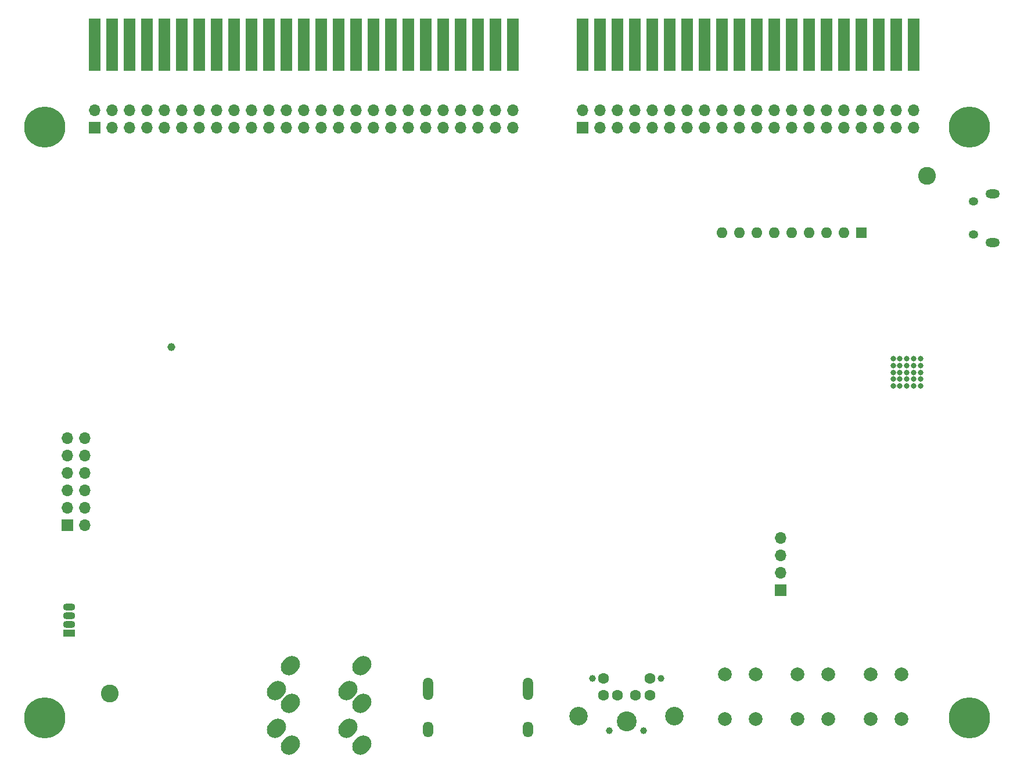
<source format=gbr>
%TF.GenerationSoftware,KiCad,Pcbnew,(6.0.11)*%
%TF.CreationDate,2023-10-06T15:46:31-07:00*%
%TF.ProjectId,TRS-IO++,5452532d-494f-42b2-9b2e-6b696361645f,rev?*%
%TF.SameCoordinates,Original*%
%TF.FileFunction,Soldermask,Bot*%
%TF.FilePolarity,Negative*%
%FSLAX46Y46*%
G04 Gerber Fmt 4.6, Leading zero omitted, Abs format (unit mm)*
G04 Created by KiCad (PCBNEW (6.0.11)) date 2023-10-06 15:46:31*
%MOMM*%
%LPD*%
G01*
G04 APERTURE LIST*
G04 Aperture macros list*
%AMHorizOval*
0 Thick line with rounded ends*
0 $1 width*
0 $2 $3 position (X,Y) of the first rounded end (center of the circle)*
0 $4 $5 position (X,Y) of the second rounded end (center of the circle)*
0 Add line between two ends*
20,1,$1,$2,$3,$4,$5,0*
0 Add two circle primitives to create the rounded ends*
1,1,$1,$2,$3*
1,1,$1,$4,$5*%
G04 Aperture macros list end*
%ADD10C,2.000000*%
%ADD11C,2.600000*%
%ADD12C,0.800000*%
%ADD13C,6.000000*%
%ADD14R,1.700000X1.700000*%
%ADD15O,1.700000X1.700000*%
%ADD16HorizOval,2.400000X-0.212132X-0.212132X0.212132X0.212132X0*%
%ADD17O,1.500000X3.300000*%
%ADD18O,1.500000X2.300000*%
%ADD19O,1.400000X1.200000*%
%ADD20O,2.100000X1.300000*%
%ADD21R,1.600000X1.600000*%
%ADD22O,1.600000X1.600000*%
%ADD23R,1.778000X7.620000*%
%ADD24R,1.800000X1.070000*%
%ADD25O,1.800000X1.070000*%
%ADD26C,1.600000*%
%ADD27C,1.000000*%
%ADD28C,2.900000*%
%ADD29C,2.700000*%
%ADD30C,1.150000*%
G04 APERTURE END LIST*
D10*
%TO.C,SW4*%
X165100000Y-141629200D03*
X165100000Y-135129200D03*
X169600000Y-141629200D03*
X169600000Y-135129200D03*
%TD*%
D11*
%TO.C,H5*%
X75438000Y-137922000D03*
%TD*%
D12*
%TO.C,H3*%
X202387690Y-139887010D03*
X203046700Y-141478000D03*
X199205710Y-143068990D03*
D13*
X200796700Y-141478000D03*
D12*
X200796700Y-143728000D03*
X202387690Y-143068990D03*
X200796700Y-139228000D03*
X198546700Y-141478000D03*
X199205710Y-139887010D03*
%TD*%
%TO.C,H2*%
X198546700Y-55321200D03*
X202387690Y-53730210D03*
X200796700Y-57571200D03*
X199205710Y-53730210D03*
X203046700Y-55321200D03*
X199205710Y-56912190D03*
X202387690Y-56912190D03*
D13*
X200796700Y-55321200D03*
D12*
X200796700Y-53071200D03*
%TD*%
D10*
%TO.C,SW2*%
X175727350Y-135129200D03*
X175727350Y-141629200D03*
X180227350Y-141629200D03*
X180227350Y-135129200D03*
%TD*%
D14*
%TO.C,J2*%
X144413700Y-55422800D03*
D15*
X144413700Y-52882800D03*
X146953700Y-55422800D03*
X146953700Y-52882800D03*
X149493700Y-55422800D03*
X149493700Y-52882800D03*
X152033700Y-55422800D03*
X152033700Y-52882800D03*
X154573700Y-55422800D03*
X154573700Y-52882800D03*
X157113700Y-55422800D03*
X157113700Y-52882800D03*
X159653700Y-55422800D03*
X159653700Y-52882800D03*
X162193700Y-55422800D03*
X162193700Y-52882800D03*
X164733700Y-55422800D03*
X164733700Y-52882800D03*
X167273700Y-55422800D03*
X167273700Y-52882800D03*
X169813700Y-55422800D03*
X169813700Y-52882800D03*
X172353700Y-55422800D03*
X172353700Y-52882800D03*
X174893700Y-55422800D03*
X174893700Y-52882800D03*
X177433700Y-55422800D03*
X177433700Y-52882800D03*
X179973700Y-55422800D03*
X179973700Y-52882800D03*
X182513700Y-55422800D03*
X182513700Y-52882800D03*
X185053700Y-55422800D03*
X185053700Y-52882800D03*
X187593700Y-55422800D03*
X187593700Y-52882800D03*
X190133700Y-55422800D03*
X190133700Y-52882800D03*
X192673700Y-55422800D03*
X192673700Y-52882800D03*
%TD*%
D16*
%TO.C,J10*%
X110217200Y-137540400D03*
X112217200Y-139340400D03*
X112217200Y-145440400D03*
X110217200Y-143040400D03*
X112217200Y-133840400D03*
%TD*%
D17*
%TO.C,J7*%
X136409000Y-137228600D03*
D18*
X121909000Y-143188600D03*
X136409000Y-143188600D03*
D17*
X121909000Y-137228600D03*
%TD*%
D14*
%TO.C,J8*%
X173255166Y-122892600D03*
D15*
X173255166Y-120352600D03*
X173255166Y-117812600D03*
X173255166Y-115272600D03*
%TD*%
D10*
%TO.C,SW1*%
X186354700Y-135129200D03*
X186354700Y-141629200D03*
X190854700Y-141629200D03*
X190854700Y-135129200D03*
%TD*%
D14*
%TO.C,J5*%
X69322000Y-113411400D03*
D15*
X71862000Y-113411400D03*
X69322000Y-110871400D03*
X71862000Y-110871400D03*
X69322000Y-108331400D03*
X71862000Y-108331400D03*
X69322000Y-105791400D03*
X71862000Y-105791400D03*
X69322000Y-103251400D03*
X71862000Y-103251400D03*
X69322000Y-100711400D03*
X71862000Y-100711400D03*
%TD*%
D16*
%TO.C,J6*%
X99803200Y-137540400D03*
X101803200Y-139340400D03*
X101803200Y-145440400D03*
X99803200Y-143040400D03*
X101803200Y-133840400D03*
%TD*%
D12*
%TO.C,U1*%
X189655900Y-90090800D03*
X192655900Y-90090800D03*
X192655900Y-91090800D03*
X189655900Y-91090800D03*
X193655900Y-93090800D03*
X193655900Y-89090800D03*
X189655900Y-92090800D03*
X190655900Y-91090800D03*
X191655900Y-93090800D03*
X189655900Y-93090800D03*
X189655900Y-89090800D03*
X191655900Y-92090800D03*
X191655900Y-91090800D03*
X193655900Y-91090800D03*
X192655900Y-93090800D03*
X190655900Y-93090800D03*
X190655900Y-89090800D03*
X192655900Y-92090800D03*
X193655900Y-92090800D03*
X192655900Y-89090800D03*
X190655900Y-90090800D03*
X191655900Y-90090800D03*
X193655900Y-90090800D03*
X191655900Y-89090800D03*
X190655900Y-92090800D03*
%TD*%
%TO.C,H1*%
X66024300Y-57520400D03*
X64433310Y-56861390D03*
X68274300Y-55270400D03*
D13*
X66024300Y-55270400D03*
D12*
X64433310Y-53679410D03*
X67615290Y-56861390D03*
X67615290Y-53679410D03*
X66024300Y-53020400D03*
X63774300Y-55270400D03*
%TD*%
D19*
%TO.C,J12*%
X201374000Y-66155000D03*
D20*
X204124000Y-72155000D03*
X204124000Y-65005000D03*
D19*
X201374000Y-71005000D03*
%TD*%
D21*
%TO.C,RN1*%
X185028600Y-70713600D03*
D22*
X182488600Y-70713600D03*
X179948600Y-70713600D03*
X177408600Y-70713600D03*
X174868600Y-70713600D03*
X172328600Y-70713600D03*
X169788600Y-70713600D03*
X167248600Y-70713600D03*
X164708600Y-70713600D03*
%TD*%
D23*
%TO.C,J4*%
X144408700Y-43281600D03*
X146948700Y-43281600D03*
X149488700Y-43281600D03*
X152028700Y-43281600D03*
X154568700Y-43281600D03*
X157108700Y-43281600D03*
X159648700Y-43281600D03*
X162188700Y-43281600D03*
X164728700Y-43281600D03*
X167268700Y-43281600D03*
X169808700Y-43281600D03*
X172348700Y-43281600D03*
X174888700Y-43281600D03*
X177428700Y-43281600D03*
X179968700Y-43281600D03*
X182508700Y-43281600D03*
X185048700Y-43281600D03*
X187588700Y-43281600D03*
X190128700Y-43281600D03*
X192668700Y-43281600D03*
%TD*%
%TO.C,J3*%
X73263300Y-43281600D03*
X75803300Y-43281600D03*
X78343300Y-43281600D03*
X80883300Y-43281600D03*
X83423300Y-43281600D03*
X85963300Y-43281600D03*
X88503300Y-43281600D03*
X91043300Y-43281600D03*
X93583300Y-43281600D03*
X96123300Y-43281600D03*
X98663300Y-43281600D03*
X101203300Y-43281600D03*
X103743300Y-43281600D03*
X106283300Y-43281600D03*
X108823300Y-43281600D03*
X111363300Y-43281600D03*
X113903300Y-43281600D03*
X116443300Y-43281600D03*
X118983300Y-43281600D03*
X121523300Y-43281600D03*
X124063300Y-43281600D03*
X126603300Y-43281600D03*
X129143300Y-43281600D03*
X131683300Y-43281600D03*
X134223300Y-43281600D03*
%TD*%
D24*
%TO.C,D1*%
X69543200Y-129156000D03*
D25*
X69543200Y-127886000D03*
X69543200Y-126616000D03*
X69543200Y-125346000D03*
%TD*%
D26*
%TO.C,J11*%
X152109500Y-138232700D03*
X149509500Y-138232700D03*
X154209500Y-138232700D03*
X147409500Y-138232700D03*
X154209500Y-135732700D03*
X147409500Y-135732700D03*
D27*
X153309500Y-143332700D03*
X148309500Y-143332700D03*
X155809500Y-135732700D03*
X145809500Y-135732700D03*
D28*
X150809500Y-142032700D03*
D29*
X157809500Y-141232700D03*
X143809500Y-141232700D03*
%TD*%
D30*
%TO.C,Conn1*%
X84440300Y-87422900D03*
%TD*%
D14*
%TO.C,J1*%
X73237900Y-55422800D03*
D15*
X73237900Y-52882800D03*
X75777900Y-55422800D03*
X75777900Y-52882800D03*
X78317900Y-55422800D03*
X78317900Y-52882800D03*
X80857900Y-55422800D03*
X80857900Y-52882800D03*
X83397900Y-55422800D03*
X83397900Y-52882800D03*
X85937900Y-55422800D03*
X85937900Y-52882800D03*
X88477900Y-55422800D03*
X88477900Y-52882800D03*
X91017900Y-55422800D03*
X91017900Y-52882800D03*
X93557900Y-55422800D03*
X93557900Y-52882800D03*
X96097900Y-55422800D03*
X96097900Y-52882800D03*
X98637900Y-55422800D03*
X98637900Y-52882800D03*
X101177900Y-55422800D03*
X101177900Y-52882800D03*
X103717900Y-55422800D03*
X103717900Y-52882800D03*
X106257900Y-55422800D03*
X106257900Y-52882800D03*
X108797900Y-55422800D03*
X108797900Y-52882800D03*
X111337900Y-55422800D03*
X111337900Y-52882800D03*
X113877900Y-55422800D03*
X113877900Y-52882800D03*
X116417900Y-55422800D03*
X116417900Y-52882800D03*
X118957900Y-55422800D03*
X118957900Y-52882800D03*
X121497900Y-55422800D03*
X121497900Y-52882800D03*
X124037900Y-55422800D03*
X124037900Y-52882800D03*
X126577900Y-55422800D03*
X126577900Y-52882800D03*
X129117900Y-55422800D03*
X129117900Y-52882800D03*
X131657900Y-55422800D03*
X131657900Y-52882800D03*
X134197900Y-55422800D03*
X134197900Y-52882800D03*
%TD*%
D11*
%TO.C,H6*%
X194564000Y-62433200D03*
%TD*%
D12*
%TO.C,H4*%
X66024300Y-143728000D03*
X68274300Y-141478000D03*
X64433310Y-139887010D03*
X66024300Y-139228000D03*
X64433310Y-143068990D03*
X67615290Y-143068990D03*
D13*
X66024300Y-141478000D03*
D12*
X63774300Y-141478000D03*
X67615290Y-139887010D03*
%TD*%
M02*

</source>
